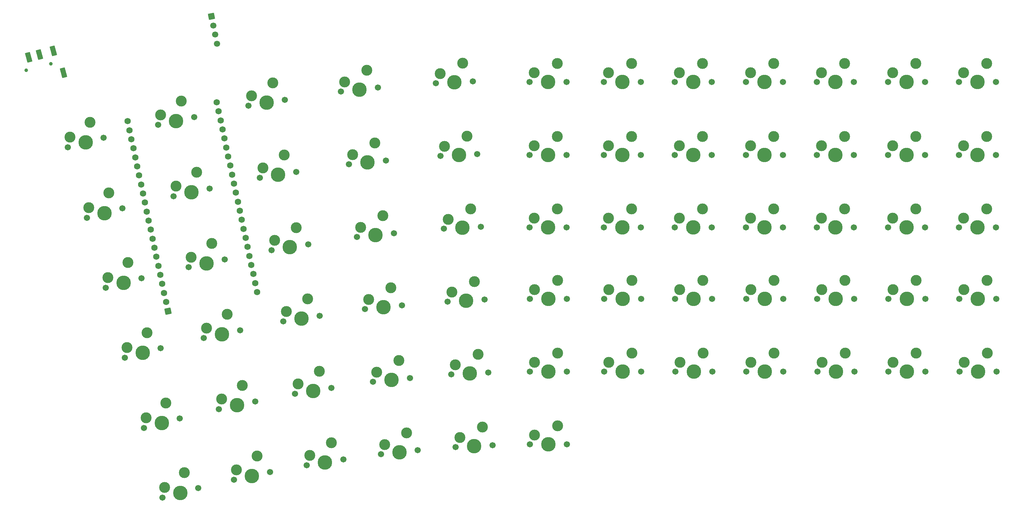
<source format=gbr>
%TF.GenerationSoftware,KiCad,Pcbnew,9.0.2*%
%TF.CreationDate,2025-07-31T22:53:19+02:00*%
%TF.ProjectId,multiboard_RIGHT,6d756c74-6962-46f6-9172-645f52494748,1.0*%
%TF.SameCoordinates,Original*%
%TF.FileFunction,Soldermask,Top*%
%TF.FilePolarity,Negative*%
%FSLAX46Y46*%
G04 Gerber Fmt 4.6, Leading zero omitted, Abs format (unit mm)*
G04 Created by KiCad (PCBNEW 9.0.2) date 2025-07-31 22:53:19*
%MOMM*%
%LPD*%
G01*
G04 APERTURE LIST*
G04 Aperture macros list*
%AMRoundRect*
0 Rectangle with rounded corners*
0 $1 Rounding radius*
0 $2 $3 $4 $5 $6 $7 $8 $9 X,Y pos of 4 corners*
0 Add a 4 corners polygon primitive as box body*
4,1,4,$2,$3,$4,$5,$6,$7,$8,$9,$2,$3,0*
0 Add four circle primitives for the rounded corners*
1,1,$1+$1,$2,$3*
1,1,$1+$1,$4,$5*
1,1,$1+$1,$6,$7*
1,1,$1+$1,$8,$9*
0 Add four rect primitives between the rounded corners*
20,1,$1+$1,$2,$3,$4,$5,0*
20,1,$1+$1,$4,$5,$6,$7,0*
20,1,$1+$1,$6,$7,$8,$9,0*
20,1,$1+$1,$8,$9,$2,$3,0*%
%AMRotRect*
0 Rectangle, with rotation*
0 The origin of the aperture is its center*
0 $1 length*
0 $2 width*
0 $3 Rotation angle, in degrees counterclockwise*
0 Add horizontal line*
21,1,$1,$2,0,0,$3*%
G04 Aperture macros list end*
%ADD10RotRect,1.700000X1.700000X11.000000*%
%ADD11C,1.700000*%
%ADD12C,1.000000*%
%ADD13RoundRect,0.102000X-0.256032X-1.362699X0.903079X-1.052116X0.256032X1.362699X-0.903079X1.052116X0*%
%ADD14C,1.701800*%
%ADD15C,3.000000*%
%ADD16C,3.987800*%
%ADD17RoundRect,0.102000X-0.589230X-0.907335X0.907335X-0.589230X0.589230X0.907335X-0.907335X0.589230X0*%
%ADD18C,1.734000*%
G04 APERTURE END LIST*
D10*
%TO.C,J1*%
X83515345Y-38506667D03*
D11*
X84000000Y-41000000D03*
X84484655Y-43493333D03*
X84969310Y-45986666D03*
%TD*%
D12*
%TO.C,J2*%
X32600000Y-53300000D03*
X39361480Y-51488266D03*
D13*
X42810642Y-53928714D03*
X40065800Y-47934897D03*
X36202097Y-48970173D03*
X33304319Y-49746630D03*
%TD*%
D14*
%TO.C,SW13*%
X74738366Y-148957229D03*
D15*
X70970114Y-144707726D03*
D16*
X69831463Y-150272030D03*
D15*
X65493885Y-148804679D03*
D14*
X64924560Y-151586831D03*
%TD*%
%TO.C,SW42*%
X259943636Y-96450000D03*
D15*
X257403636Y-91370000D03*
D16*
X254863636Y-96450000D03*
D15*
X251053636Y-93910000D03*
D14*
X249783636Y-96450000D03*
%TD*%
%TO.C,SW64*%
X279447273Y-76530000D03*
D15*
X276907273Y-71450000D03*
D16*
X274367273Y-76530000D03*
D15*
X270557273Y-73990000D03*
D14*
X269287273Y-76530000D03*
%TD*%
%TO.C,SW21*%
X240554091Y-136064800D03*
D15*
X238014091Y-130984800D03*
D16*
X235474091Y-136064800D03*
D15*
X231664091Y-133524800D03*
D14*
X230394091Y-136064800D03*
%TD*%
%TO.C,SW32*%
X260021363Y-116144800D03*
D15*
X257481363Y-111064800D03*
D16*
X254941363Y-116144800D03*
D15*
X251131363Y-113604800D03*
D14*
X249861363Y-116144800D03*
%TD*%
%TO.C,SW55*%
X103638010Y-61411477D03*
D15*
X100334594Y-56791364D03*
D16*
X98620553Y-62206164D03*
D15*
X94460117Y-60293451D03*
D14*
X93603096Y-63000851D03*
%TD*%
%TO.C,SW60*%
X220936364Y-56530000D03*
D15*
X218396364Y-51450000D03*
D16*
X215856364Y-56530000D03*
D15*
X212046364Y-53990000D03*
D14*
X210776364Y-56530000D03*
%TD*%
%TO.C,SW17*%
X159505765Y-136308933D03*
D15*
X156703379Y-131368829D03*
D16*
X154432727Y-136574800D03*
D15*
X150495015Y-134237681D03*
D14*
X149359689Y-136840667D03*
%TD*%
%TO.C,SW52*%
X259943636Y-76530000D03*
D15*
X257403636Y-71450000D03*
D16*
X254863636Y-76530000D03*
D15*
X251053636Y-73990000D03*
D14*
X249783636Y-76530000D03*
%TD*%
%TO.C,SW27*%
X158505765Y-116308933D03*
D15*
X155703379Y-111368829D03*
D16*
X153432727Y-116574800D03*
D15*
X149495015Y-114237681D03*
D14*
X148359689Y-116840667D03*
%TD*%
%TO.C,SW25*%
X113212101Y-120726277D03*
D15*
X109908685Y-116106164D03*
D16*
X108194644Y-121520964D03*
D15*
X104034208Y-119608251D03*
D14*
X103177187Y-122315651D03*
%TD*%
%TO.C,SW6*%
X140150817Y-157713604D03*
D15*
X137093727Y-152926935D03*
D16*
X135098646Y-158244609D03*
D15*
X131044015Y-156116777D03*
D14*
X130046475Y-158775614D03*
%TD*%
%TO.C,SW20*%
X221086819Y-136064800D03*
D15*
X218546819Y-130984800D03*
D16*
X216006819Y-136064800D03*
D15*
X212196819Y-133524800D03*
D14*
X210926819Y-136064800D03*
%TD*%
%TO.C,SW26*%
X135788364Y-117863577D03*
D15*
X132731274Y-113076908D03*
D16*
X130736193Y-118394582D03*
D15*
X126681562Y-116266750D03*
D14*
X125684022Y-118925587D03*
%TD*%
%TO.C,SW39*%
X201432727Y-96450000D03*
D15*
X198892727Y-91370000D03*
D16*
X196352727Y-96450000D03*
D15*
X192542727Y-93910000D03*
D14*
X191272727Y-96450000D03*
%TD*%
%TO.C,SW18*%
X181145909Y-136064800D03*
D15*
X178605909Y-130984800D03*
D16*
X176065909Y-136064800D03*
D15*
X172255909Y-133524800D03*
D14*
X170985909Y-136064800D03*
%TD*%
%TO.C,SW49*%
X201432727Y-76530000D03*
D15*
X198892727Y-71450000D03*
D16*
X196352727Y-76530000D03*
D15*
X192542727Y-73990000D03*
D14*
X191272727Y-76530000D03*
%TD*%
%TO.C,SW48*%
X181002727Y-76530000D03*
D15*
X178462727Y-71450000D03*
D16*
X175922727Y-76530000D03*
D15*
X172112727Y-73990000D03*
D14*
X170842727Y-76530000D03*
%TD*%
%TO.C,SW24*%
X91324255Y-124779836D03*
D15*
X87783569Y-120338941D03*
D16*
X86355265Y-125836027D03*
D15*
X82100427Y-124143676D03*
D14*
X81386275Y-126892218D03*
%TD*%
%TO.C,SW53*%
X53853366Y-71822429D03*
D15*
X50085114Y-67572926D03*
D16*
X48946463Y-73137230D03*
D15*
X44608885Y-71669879D03*
D14*
X44039560Y-74452031D03*
%TD*%
%TO.C,SW62*%
X259943636Y-56530000D03*
D15*
X257403636Y-51450000D03*
D16*
X254863636Y-56530000D03*
D15*
X251053636Y-53990000D03*
D14*
X249783636Y-56530000D03*
%TD*%
%TO.C,SW29*%
X201539545Y-116144800D03*
D15*
X198999545Y-111064800D03*
D16*
X196459545Y-116144800D03*
D15*
X192649545Y-113604800D03*
D14*
X191379545Y-116144800D03*
%TD*%
%TO.C,SW71*%
X298950909Y-96450000D03*
D15*
X296410909Y-91370000D03*
D16*
X293870909Y-96450000D03*
D15*
X290060909Y-93910000D03*
D14*
X288790909Y-96450000D03*
%TD*%
%TO.C,SW47*%
X156505765Y-76308933D03*
D15*
X153703379Y-71368829D03*
D16*
X151432727Y-76574800D03*
D15*
X147495015Y-74237681D03*
D14*
X146359689Y-76840667D03*
%TD*%
%TO.C,SW19*%
X201539545Y-136064800D03*
D15*
X198999545Y-130984800D03*
D16*
X196459545Y-136064800D03*
D15*
X192649545Y-133524800D03*
D14*
X191379545Y-136064800D03*
%TD*%
%TO.C,SW40*%
X220936364Y-96450000D03*
D15*
X218396364Y-91370000D03*
D16*
X215856364Y-96450000D03*
D15*
X212046364Y-93910000D03*
D14*
X210776364Y-96450000D03*
%TD*%
%TO.C,SW46*%
X131388364Y-78063577D03*
D15*
X128331274Y-73276908D03*
D16*
X126336193Y-78594582D03*
D15*
X122281562Y-76466750D03*
D14*
X121284022Y-79125587D03*
%TD*%
%TO.C,SW45*%
X106792555Y-81211477D03*
D15*
X103489139Y-76591364D03*
D16*
X101775098Y-82006164D03*
D15*
X97614662Y-80093451D03*
D14*
X96757641Y-82800851D03*
%TD*%
%TO.C,SW51*%
X240440000Y-76530000D03*
D15*
X237900000Y-71450000D03*
D16*
X235360000Y-76530000D03*
D15*
X231550000Y-73990000D03*
D14*
X230280000Y-76530000D03*
%TD*%
%TO.C,SW43*%
X59053366Y-91222429D03*
D15*
X55285114Y-86972926D03*
D16*
X54146463Y-92537230D03*
D15*
X49808885Y-91069879D03*
D14*
X49239560Y-93852031D03*
%TD*%
%TO.C,SW31*%
X240554091Y-116144800D03*
D15*
X238014091Y-111064800D03*
D16*
X235474091Y-116144800D03*
D15*
X231664091Y-113604800D03*
D14*
X230394091Y-116144800D03*
%TD*%
%TO.C,SW73*%
X299115909Y-136064800D03*
D15*
X296575909Y-130984800D03*
D16*
X294035909Y-136064800D03*
D15*
X290225909Y-133524800D03*
D14*
X288955909Y-136064800D03*
%TD*%
%TO.C,SW8*%
X181145909Y-156064800D03*
D15*
X178605909Y-150984800D03*
D16*
X176065909Y-156064800D03*
D15*
X172255909Y-153524800D03*
D14*
X170985909Y-156064800D03*
%TD*%
%TO.C,SW3*%
X79832391Y-168113999D03*
D15*
X76064139Y-163864496D03*
D16*
X74925488Y-169428800D03*
D15*
X70587910Y-167961449D03*
D14*
X70018585Y-170743601D03*
%TD*%
%TO.C,SW14*%
X95495164Y-144299836D03*
D15*
X91954478Y-139858941D03*
D16*
X90526174Y-145356027D03*
D15*
X86271336Y-143663676D03*
D14*
X85557184Y-146412218D03*
%TD*%
%TO.C,SW41*%
X240440000Y-96450000D03*
D15*
X237900000Y-91370000D03*
D16*
X235360000Y-96450000D03*
D15*
X231550000Y-93910000D03*
D14*
X230280000Y-96450000D03*
%TD*%
%TO.C,SW67*%
X279568637Y-136064800D03*
D15*
X277028637Y-130984800D03*
D16*
X274488637Y-136064800D03*
D15*
X270678637Y-133524800D03*
D14*
X269408637Y-136064800D03*
%TD*%
%TO.C,SW56*%
X129188364Y-58063577D03*
D15*
X126131274Y-53276908D03*
D16*
X124136193Y-58594582D03*
D15*
X120081562Y-56466750D03*
D14*
X119084022Y-59125587D03*
%TD*%
%TO.C,SW36*%
X133588364Y-98063577D03*
D15*
X130531274Y-93276908D03*
D16*
X128536193Y-98594582D03*
D15*
X124481562Y-96466750D03*
D14*
X123484022Y-99125587D03*
%TD*%
%TO.C,SW72*%
X299035909Y-116144800D03*
D15*
X296495909Y-111064800D03*
D16*
X293955909Y-116144800D03*
D15*
X290145909Y-113604800D03*
D14*
X288875909Y-116144800D03*
%TD*%
%TO.C,SW66*%
X279568637Y-116144800D03*
D15*
X277028637Y-111064800D03*
D16*
X274488637Y-116144800D03*
D15*
X270678637Y-113604800D03*
D14*
X269408637Y-116144800D03*
%TD*%
%TO.C,SW30*%
X221006819Y-116144800D03*
D15*
X218466819Y-111064800D03*
D16*
X215926819Y-116144800D03*
D15*
X212116819Y-113604800D03*
D14*
X210846819Y-116144800D03*
%TD*%
%TO.C,SW35*%
X110038010Y-101131477D03*
D15*
X106734594Y-96511364D03*
D16*
X105020553Y-101926164D03*
D15*
X100860117Y-100013451D03*
D14*
X100003096Y-102720851D03*
%TD*%
%TO.C,SW4*%
X99560619Y-163699836D03*
D15*
X96019933Y-159258941D03*
D16*
X94591629Y-164756027D03*
D15*
X90336791Y-163063676D03*
D14*
X89622639Y-165812218D03*
%TD*%
%TO.C,SW16*%
X137988364Y-137863577D03*
D15*
X134931274Y-133076908D03*
D16*
X132936193Y-138394582D03*
D15*
X128881562Y-136266750D03*
D14*
X127884022Y-138925587D03*
%TD*%
%TO.C,SW54*%
X78734710Y-66165036D03*
D15*
X75194024Y-61724141D03*
D16*
X73765720Y-67221227D03*
D15*
X69510882Y-65528876D03*
D14*
X68796730Y-68277418D03*
%TD*%
%TO.C,SW5*%
X119684828Y-160246277D03*
D15*
X116381412Y-155626164D03*
D16*
X114667371Y-161040964D03*
D15*
X110506935Y-159128251D03*
D14*
X109649914Y-161835651D03*
%TD*%
%TO.C,SW69*%
X298950909Y-56530000D03*
D15*
X296410909Y-51450000D03*
D16*
X293870909Y-56530000D03*
D15*
X290060909Y-53990000D03*
D14*
X288790909Y-56530000D03*
%TD*%
%TO.C,SW63*%
X279447273Y-56530000D03*
D15*
X276907273Y-51450000D03*
D16*
X274367273Y-56530000D03*
D15*
X270557273Y-53990000D03*
D14*
X269287273Y-56530000D03*
%TD*%
%TO.C,SW23*%
X69538366Y-129637229D03*
D15*
X65770114Y-125387726D03*
D16*
X64631463Y-130952030D03*
D15*
X60293885Y-129484679D03*
D14*
X59724560Y-132266831D03*
%TD*%
%TO.C,SW61*%
X240440000Y-56530000D03*
D15*
X237900000Y-51450000D03*
D16*
X235360000Y-56530000D03*
D15*
X231550000Y-53990000D03*
D14*
X230280000Y-56530000D03*
%TD*%
%TO.C,SW44*%
X82966528Y-85765036D03*
D15*
X79425842Y-81324141D03*
D16*
X77997538Y-86821227D03*
D15*
X73742700Y-85128876D03*
D14*
X73028548Y-87877418D03*
%TD*%
%TO.C,SW33*%
X64265810Y-110396531D03*
D15*
X60497558Y-106147028D03*
D16*
X59358907Y-111711332D03*
D15*
X55021329Y-110243981D03*
D14*
X54452004Y-113026133D03*
%TD*%
%TO.C,SW7*%
X160705765Y-156308933D03*
D15*
X157903379Y-151368829D03*
D16*
X155632727Y-156574800D03*
D15*
X151695015Y-154237681D03*
D14*
X150559689Y-156840667D03*
%TD*%
%TO.C,SW28*%
X181065909Y-116144800D03*
D15*
X178525909Y-111064800D03*
D16*
X175985909Y-116144800D03*
D15*
X172175909Y-113604800D03*
D14*
X170905909Y-116144800D03*
%TD*%
%TO.C,SW59*%
X201432727Y-56530000D03*
D15*
X198892727Y-51450000D03*
D16*
X196352727Y-56530000D03*
D15*
X192542727Y-53990000D03*
D14*
X191272727Y-56530000D03*
%TD*%
D17*
%TO.C,U1*%
X71533819Y-119455403D03*
D18*
X71005722Y-116970910D03*
X70477627Y-114486413D03*
X69949531Y-112001918D03*
X69421435Y-109517423D03*
X68893340Y-107032928D03*
X68365245Y-104548434D03*
X67837148Y-102063939D03*
X67309053Y-99579444D03*
X66780957Y-97094949D03*
X66252861Y-94610454D03*
X65724765Y-92125959D03*
X65196670Y-89641464D03*
X64668575Y-87156969D03*
X64140478Y-84672474D03*
X63612383Y-82187979D03*
X63084287Y-79703484D03*
X62556191Y-77218990D03*
X62028096Y-74734495D03*
X61500000Y-72250000D03*
X60971904Y-69765505D03*
X60443809Y-67281010D03*
X96016853Y-114251374D03*
X95488755Y-111766879D03*
X94960660Y-109282384D03*
X94432565Y-106797890D03*
X93904468Y-104313395D03*
X93376374Y-101828900D03*
X92848278Y-99344404D03*
X92320182Y-96859909D03*
X91792086Y-94375415D03*
X91263991Y-91890920D03*
X90735895Y-89406425D03*
X90207798Y-86921930D03*
X89679703Y-84437435D03*
X89151608Y-81952940D03*
X88623512Y-79468446D03*
X88095417Y-76983951D03*
X87567323Y-74499456D03*
X87039225Y-72014960D03*
X86511129Y-69530466D03*
X85983034Y-67045971D03*
X85454938Y-64561476D03*
X84926842Y-62076981D03*
%TD*%
D14*
%TO.C,SW70*%
X298950909Y-76530000D03*
D15*
X296410909Y-71450000D03*
D16*
X293870909Y-76530000D03*
D15*
X290060909Y-73990000D03*
D14*
X288790909Y-76530000D03*
%TD*%
%TO.C,SW65*%
X279447273Y-96450000D03*
D15*
X276907273Y-91370000D03*
D16*
X274367273Y-96450000D03*
D15*
X270557273Y-93910000D03*
D14*
X269287273Y-96450000D03*
%TD*%
%TO.C,SW50*%
X220936364Y-76530000D03*
D15*
X218396364Y-71450000D03*
D16*
X215856364Y-76530000D03*
D15*
X212046364Y-73990000D03*
D14*
X210776364Y-76530000D03*
%TD*%
%TO.C,SW38*%
X181002727Y-96450000D03*
D15*
X178462727Y-91370000D03*
D16*
X175922727Y-96450000D03*
D15*
X172112727Y-93910000D03*
D14*
X170842727Y-96450000D03*
%TD*%
%TO.C,SW34*%
X87134710Y-105285036D03*
D15*
X83594024Y-100844141D03*
D16*
X82165720Y-106341227D03*
D15*
X77910882Y-104648876D03*
D14*
X77196730Y-107397418D03*
%TD*%
%TO.C,SW58*%
X181002727Y-56530000D03*
D15*
X178462727Y-51450000D03*
D16*
X175922727Y-56530000D03*
D15*
X172112727Y-53990000D03*
D14*
X170842727Y-56530000D03*
%TD*%
%TO.C,SW15*%
X116437075Y-140614784D03*
D15*
X113133659Y-135994671D03*
D16*
X111419618Y-141409471D03*
D15*
X107259182Y-139496758D03*
D14*
X106402161Y-142204158D03*
%TD*%
%TO.C,SW57*%
X155305765Y-56308933D03*
D15*
X152503379Y-51368829D03*
D16*
X150232727Y-56574800D03*
D15*
X146295015Y-54237681D03*
D14*
X145159689Y-56840667D03*
%TD*%
%TO.C,SW22*%
X260101363Y-136064800D03*
D15*
X257561363Y-130984800D03*
D16*
X255021363Y-136064800D03*
D15*
X251211363Y-133524800D03*
D14*
X249941363Y-136064800D03*
%TD*%
%TO.C,SW37*%
X157505765Y-96308933D03*
D15*
X154703379Y-91368829D03*
D16*
X152432727Y-96574800D03*
D15*
X148495015Y-94237681D03*
D14*
X147359689Y-96840667D03*
%TD*%
M02*

</source>
